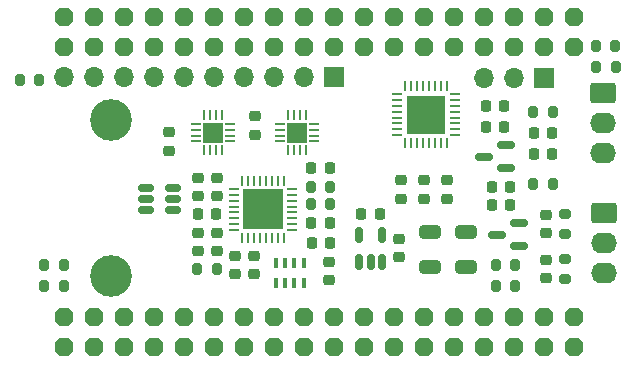
<source format=gbr>
%TF.GenerationSoftware,KiCad,Pcbnew,(6.0.0-rc1-458-g78ff9a857a)*%
%TF.CreationDate,2022-03-27T00:09:46+00:00*%
%TF.ProjectId,belamini_cape_C1,62656c61-6d69-46e6-995f-636170655f43,rev?*%
%TF.SameCoordinates,Original*%
%TF.FileFunction,Soldermask,Bot*%
%TF.FilePolarity,Negative*%
%FSLAX46Y46*%
G04 Gerber Fmt 4.6, Leading zero omitted, Abs format (unit mm)*
G04 Created by KiCad (PCBNEW (6.0.0-rc1-458-g78ff9a857a)) date 2022-03-27 00:09:46*
%MOMM*%
%LPD*%
G01*
G04 APERTURE LIST*
G04 Aperture macros list*
%AMRoundRect*
0 Rectangle with rounded corners*
0 $1 Rounding radius*
0 $2 $3 $4 $5 $6 $7 $8 $9 X,Y pos of 4 corners*
0 Add a 4 corners polygon primitive as box body*
4,1,4,$2,$3,$4,$5,$6,$7,$8,$9,$2,$3,0*
0 Add four circle primitives for the rounded corners*
1,1,$1+$1,$2,$3*
1,1,$1+$1,$4,$5*
1,1,$1+$1,$6,$7*
1,1,$1+$1,$8,$9*
0 Add four rect primitives between the rounded corners*
20,1,$1+$1,$2,$3,$4,$5,0*
20,1,$1+$1,$4,$5,$6,$7,0*
20,1,$1+$1,$6,$7,$8,$9,0*
20,1,$1+$1,$8,$9,$2,$3,0*%
%AMOutline5P*
0 Free polygon, 5 corners , with rotation*
0 The origin of the aperture is its center*
0 number of corners: always 5*
0 $1 to $10 corner X, Y*
0 $11 Rotation angle, in degrees counterclockwise*
0 create outline with 5 corners*
4,1,5,$1,$2,$3,$4,$5,$6,$7,$8,$9,$10,$1,$2,$11*%
%AMOutline6P*
0 Free polygon, 6 corners , with rotation*
0 The origin of the aperture is its center*
0 number of corners: always 6*
0 $1 to $12 corner X, Y*
0 $13 Rotation angle, in degrees counterclockwise*
0 create outline with 6 corners*
4,1,6,$1,$2,$3,$4,$5,$6,$7,$8,$9,$10,$11,$12,$1,$2,$13*%
%AMOutline7P*
0 Free polygon, 7 corners , with rotation*
0 The origin of the aperture is its center*
0 number of corners: always 7*
0 $1 to $14 corner X, Y*
0 $15 Rotation angle, in degrees counterclockwise*
0 create outline with 7 corners*
4,1,7,$1,$2,$3,$4,$5,$6,$7,$8,$9,$10,$11,$12,$13,$14,$1,$2,$15*%
%AMOutline8P*
0 Free polygon, 8 corners , with rotation*
0 The origin of the aperture is its center*
0 number of corners: always 8*
0 $1 to $16 corner X, Y*
0 $17 Rotation angle, in degrees counterclockwise*
0 create outline with 8 corners*
4,1,8,$1,$2,$3,$4,$5,$6,$7,$8,$9,$10,$11,$12,$13,$14,$15,$16,$1,$2,$17*%
G04 Aperture macros list end*
%ADD10RoundRect,0.250000X-0.845000X0.620000X-0.845000X-0.620000X0.845000X-0.620000X0.845000X0.620000X0*%
%ADD11O,2.190000X1.740000*%
%ADD12Outline8P,-0.760000X0.380000X-0.380000X0.760000X0.380000X0.760000X0.760000X0.380000X0.760000X-0.380000X0.380000X-0.760000X-0.380000X-0.760000X-0.760000X-0.380000X90.000000*%
%ADD13R,1.700000X1.700000*%
%ADD14O,1.700000X1.700000*%
%ADD15C,3.530600*%
%ADD16RoundRect,0.200000X-0.200000X-0.275000X0.200000X-0.275000X0.200000X0.275000X-0.200000X0.275000X0*%
%ADD17RoundRect,0.150000X0.587500X0.150000X-0.587500X0.150000X-0.587500X-0.150000X0.587500X-0.150000X0*%
%ADD18RoundRect,0.062500X-0.337500X-0.062500X0.337500X-0.062500X0.337500X0.062500X-0.337500X0.062500X0*%
%ADD19RoundRect,0.062500X-0.062500X-0.337500X0.062500X-0.337500X0.062500X0.337500X-0.062500X0.337500X0*%
%ADD20R,3.500000X3.500000*%
%ADD21RoundRect,0.225000X-0.225000X-0.250000X0.225000X-0.250000X0.225000X0.250000X-0.225000X0.250000X0*%
%ADD22RoundRect,0.225000X-0.250000X0.225000X-0.250000X-0.225000X0.250000X-0.225000X0.250000X0.225000X0*%
%ADD23RoundRect,0.200000X0.200000X0.275000X-0.200000X0.275000X-0.200000X-0.275000X0.200000X-0.275000X0*%
%ADD24RoundRect,0.225000X0.225000X0.250000X-0.225000X0.250000X-0.225000X-0.250000X0.225000X-0.250000X0*%
%ADD25R,0.400000X0.900000*%
%ADD26RoundRect,0.150000X0.150000X-0.512500X0.150000X0.512500X-0.150000X0.512500X-0.150000X-0.512500X0*%
%ADD27RoundRect,0.225000X0.250000X-0.225000X0.250000X0.225000X-0.250000X0.225000X-0.250000X-0.225000X0*%
%ADD28RoundRect,0.150000X0.512500X0.150000X-0.512500X0.150000X-0.512500X-0.150000X0.512500X-0.150000X0*%
%ADD29RoundRect,0.218750X-0.256250X0.218750X-0.256250X-0.218750X0.256250X-0.218750X0.256250X0.218750X0*%
%ADD30RoundRect,0.250000X-0.650000X0.325000X-0.650000X-0.325000X0.650000X-0.325000X0.650000X0.325000X0*%
%ADD31RoundRect,0.200000X-0.275000X0.200000X-0.275000X-0.200000X0.275000X-0.200000X0.275000X0.200000X0*%
%ADD32RoundRect,0.218750X0.256250X-0.218750X0.256250X0.218750X-0.256250X0.218750X-0.256250X-0.218750X0*%
%ADD33RoundRect,0.062500X0.350000X0.062500X-0.350000X0.062500X-0.350000X-0.062500X0.350000X-0.062500X0*%
%ADD34RoundRect,0.062500X0.062500X0.350000X-0.062500X0.350000X-0.062500X-0.350000X0.062500X-0.350000X0*%
%ADD35RoundRect,0.062500X-0.062500X0.375000X-0.062500X-0.375000X0.062500X-0.375000X0.062500X0.375000X0*%
%ADD36RoundRect,0.062500X-0.375000X0.062500X-0.375000X-0.062500X0.375000X-0.062500X0.375000X0.062500X0*%
%ADD37R,3.300000X3.300000*%
%ADD38RoundRect,0.062500X-0.350000X-0.062500X0.350000X-0.062500X0.350000X0.062500X-0.350000X0.062500X0*%
%ADD39RoundRect,0.062500X-0.062500X-0.350000X0.062500X-0.350000X0.062500X0.350000X-0.062500X0.350000X0*%
%ADD40RoundRect,0.200000X0.275000X-0.200000X0.275000X0.200000X-0.275000X0.200000X-0.275000X-0.200000X0*%
G04 APERTURE END LIST*
D10*
%TO.C,J3*%
X172655000Y-107560000D03*
D11*
X172655000Y-110100000D03*
X172655000Y-112640000D03*
%TD*%
D12*
%TO.C,P2*%
X126900000Y-93560000D03*
X126900000Y-91020000D03*
X129440000Y-93560000D03*
X129440000Y-91020000D03*
X131980000Y-93560000D03*
X131980000Y-91020000D03*
X134520000Y-93560000D03*
X134520000Y-91020000D03*
X137060000Y-93560000D03*
X137060000Y-91020000D03*
X139600000Y-93560000D03*
X139600000Y-91020000D03*
X142140000Y-93560000D03*
X142140000Y-91020000D03*
X144680000Y-93560000D03*
X144680000Y-91020000D03*
X147220000Y-93560000D03*
X147220000Y-91020000D03*
X149760000Y-93560000D03*
X149760000Y-91020000D03*
X152300000Y-93560000D03*
X152300000Y-91020000D03*
X154840000Y-93560000D03*
X154840000Y-91020000D03*
X157380000Y-93560000D03*
X157380000Y-91020000D03*
X159920000Y-93560000D03*
X159920000Y-91020000D03*
X162460000Y-93560000D03*
X162460000Y-91020000D03*
X165000000Y-93560000D03*
X165000000Y-91020000D03*
X167540000Y-93560000D03*
X167540000Y-91020000D03*
X170080000Y-93560000D03*
X170080000Y-91020000D03*
%TD*%
D13*
%TO.C,J2*%
X167600000Y-96150000D03*
D14*
X165060000Y-96150000D03*
X162520000Y-96150000D03*
%TD*%
D15*
%TO.C,J5*%
X130907100Y-112893150D03*
X130907100Y-99761350D03*
%TD*%
D13*
%TO.C,J1*%
X149766100Y-96113600D03*
D14*
X147226100Y-96113600D03*
X144686100Y-96113600D03*
X142146100Y-96113600D03*
X139606100Y-96113600D03*
X137066100Y-96113600D03*
X134526100Y-96113600D03*
X131986100Y-96113600D03*
X129446100Y-96113600D03*
X126906100Y-96113600D03*
%TD*%
D12*
%TO.C,P1*%
X126910000Y-118970000D03*
X126910000Y-116430000D03*
X129450000Y-118970000D03*
X129450000Y-116430000D03*
X131990000Y-118970000D03*
X131990000Y-116430000D03*
X134530000Y-118970000D03*
X134530000Y-116430000D03*
X137070000Y-118970000D03*
X137070000Y-116430000D03*
X139610000Y-118970000D03*
X139610000Y-116430000D03*
X142150000Y-118970000D03*
X142150000Y-116430000D03*
X144690000Y-118970000D03*
X144690000Y-116430000D03*
X147230000Y-118970000D03*
X147230000Y-116430000D03*
X149770000Y-118970000D03*
X149770000Y-116430000D03*
X152310000Y-118970000D03*
X152310000Y-116430000D03*
X154850000Y-118970000D03*
X154850000Y-116430000D03*
X157390000Y-118970000D03*
X157390000Y-116430000D03*
X159930000Y-118970000D03*
X159930000Y-116430000D03*
X162470000Y-118970000D03*
X162470000Y-116430000D03*
X165010000Y-118970000D03*
X165010000Y-116430000D03*
X167550000Y-118970000D03*
X167550000Y-116430000D03*
X170090000Y-118970000D03*
X170090000Y-116430000D03*
%TD*%
D10*
%TO.C,J4*%
X172605000Y-97410000D03*
D11*
X172605000Y-99950000D03*
X172605000Y-102490000D03*
%TD*%
D16*
%TO.C,R9*%
X166658100Y-105104600D03*
X168308100Y-105104600D03*
%TD*%
D17*
%TO.C,D4*%
X165499600Y-108472600D03*
X165499600Y-110372600D03*
X163624600Y-109422600D03*
%TD*%
D18*
%TO.C,IC3*%
X141350000Y-109050000D03*
X141350000Y-108550000D03*
X141350000Y-108050000D03*
X141350000Y-107550000D03*
X141350000Y-107050000D03*
X141350000Y-106550000D03*
X141350000Y-106050000D03*
X141350000Y-105550000D03*
D19*
X142050000Y-104850000D03*
X142550000Y-104850000D03*
X143050000Y-104850000D03*
X143550000Y-104850000D03*
X144050000Y-104850000D03*
X144550000Y-104850000D03*
X145050000Y-104850000D03*
X145550000Y-104850000D03*
D18*
X146250000Y-105550000D03*
X146250000Y-106050000D03*
X146250000Y-106550000D03*
X146250000Y-107050000D03*
X146250000Y-107550000D03*
X146250000Y-108050000D03*
X146250000Y-108550000D03*
X146250000Y-109050000D03*
D19*
X145550000Y-109750000D03*
X145050000Y-109750000D03*
X144550000Y-109750000D03*
X144050000Y-109750000D03*
X143550000Y-109750000D03*
X143050000Y-109750000D03*
X142550000Y-109750000D03*
X142050000Y-109750000D03*
D20*
X143800000Y-107300000D03*
%TD*%
D21*
%TO.C,C19*%
X162644100Y-98500600D03*
X164194100Y-98500600D03*
%TD*%
%TO.C,C14*%
X163152100Y-105358600D03*
X164702100Y-105358600D03*
%TD*%
D22*
%TO.C,C22*%
X138300000Y-109275000D03*
X138300000Y-110825000D03*
%TD*%
D21*
%TO.C,C10*%
X147875000Y-108450000D03*
X149425000Y-108450000D03*
%TD*%
D23*
%TO.C,R5*%
X126906100Y-113740600D03*
X125256100Y-113740600D03*
%TD*%
D24*
%TO.C,C23*%
X139825000Y-107650000D03*
X138275000Y-107650000D03*
%TD*%
D25*
%TO.C,RN1*%
X144850000Y-111800000D03*
X145650000Y-111800000D03*
X146450000Y-111800000D03*
X147250000Y-111800000D03*
X147250000Y-113500000D03*
X146450000Y-113500000D03*
X145650000Y-113500000D03*
X144850000Y-113500000D03*
%TD*%
D21*
%TO.C,C15*%
X163152100Y-106882600D03*
X164702100Y-106882600D03*
%TD*%
D26*
%TO.C,IC5*%
X153850000Y-111766600D03*
X152900000Y-111766600D03*
X151950000Y-111766600D03*
X151950000Y-109491600D03*
X153850000Y-109491600D03*
%TD*%
D23*
%TO.C,R1*%
X165133100Y-111962600D03*
X163483100Y-111962600D03*
%TD*%
D27*
%TO.C,C4*%
X143000000Y-112775000D03*
X143000000Y-111225000D03*
%TD*%
D28*
%TO.C,IC6*%
X136137500Y-105450000D03*
X136137500Y-106400000D03*
X136137500Y-107350000D03*
X133862500Y-107350000D03*
X133862500Y-106400000D03*
X133862500Y-105450000D03*
%TD*%
D29*
%TO.C,FB1*%
X149400000Y-111712500D03*
X149400000Y-113287500D03*
%TD*%
D24*
%TO.C,C13*%
X168258100Y-102564600D03*
X166708100Y-102564600D03*
%TD*%
D23*
%TO.C,R12*%
X149475000Y-106850000D03*
X147825000Y-106850000D03*
%TD*%
D16*
%TO.C,R4*%
X125256100Y-111962600D03*
X126906100Y-111962600D03*
%TD*%
D23*
%TO.C,R3*%
X124850100Y-96328600D03*
X123200100Y-96328600D03*
%TD*%
D22*
%TO.C,C16*%
X157450100Y-104837600D03*
X157450100Y-106387600D03*
%TD*%
D27*
%TO.C,C24*%
X135825000Y-102325000D03*
X135825000Y-100775000D03*
%TD*%
D30*
%TO.C,C9*%
X157920000Y-109215000D03*
X157920000Y-112165000D03*
%TD*%
D16*
%TO.C,R11*%
X171975000Y-93420600D03*
X173625000Y-93420600D03*
%TD*%
D22*
%TO.C,C18*%
X159355100Y-104837600D03*
X159355100Y-106387600D03*
%TD*%
D16*
%TO.C,R14*%
X138225000Y-112350000D03*
X139875000Y-112350000D03*
%TD*%
D31*
%TO.C,R6*%
X169388100Y-111518600D03*
X169388100Y-113168600D03*
%TD*%
D27*
%TO.C,C1*%
X141400000Y-112775000D03*
X141400000Y-111225000D03*
%TD*%
D23*
%TO.C,R13*%
X149475000Y-105370000D03*
X147825000Y-105370000D03*
%TD*%
D24*
%TO.C,C12*%
X168258100Y-100786600D03*
X166708100Y-100786600D03*
%TD*%
D32*
%TO.C,FB2*%
X155481600Y-106400100D03*
X155481600Y-104825100D03*
%TD*%
D21*
%TO.C,C2*%
X147925000Y-110100000D03*
X149475000Y-110100000D03*
%TD*%
D24*
%TO.C,C6*%
X153675000Y-107700000D03*
X152125000Y-107700000D03*
%TD*%
D16*
%TO.C,R10*%
X171992100Y-95198600D03*
X173642100Y-95198600D03*
%TD*%
D33*
%TO.C,IC1*%
X141005600Y-100036600D03*
X141005600Y-100536600D03*
X141005600Y-101036600D03*
X141005600Y-101536600D03*
D34*
X140293100Y-102249100D03*
X139793100Y-102249100D03*
X139293100Y-102249100D03*
X138793100Y-102249100D03*
D33*
X138080600Y-101536600D03*
X138080600Y-101036600D03*
X138080600Y-100536600D03*
X138080600Y-100036600D03*
D34*
X138793100Y-99324100D03*
X139293100Y-99324100D03*
X139793100Y-99324100D03*
X140293100Y-99324100D03*
D13*
X139543100Y-100786600D03*
%TD*%
D22*
%TO.C,C3*%
X139850000Y-109275000D03*
X139850000Y-110825000D03*
%TD*%
D30*
%TO.C,C8*%
X160975000Y-109217600D03*
X160975000Y-112167600D03*
%TD*%
D16*
%TO.C,R8*%
X166658100Y-99008600D03*
X168308100Y-99008600D03*
%TD*%
D21*
%TO.C,C11*%
X147875000Y-103800000D03*
X149425000Y-103800000D03*
%TD*%
D27*
%TO.C,C21*%
X138300000Y-106175000D03*
X138300000Y-104625000D03*
%TD*%
%TO.C,C20*%
X139850000Y-106175000D03*
X139850000Y-104625000D03*
%TD*%
D17*
%TO.C,D3*%
X164356600Y-101868600D03*
X164356600Y-103768600D03*
X162481600Y-102818600D03*
%TD*%
D23*
%TO.C,R2*%
X165133100Y-113740600D03*
X163483100Y-113740600D03*
%TD*%
D35*
%TO.C,IC4*%
X155827100Y-96825100D03*
X156327100Y-96825100D03*
X156827100Y-96825100D03*
X157327100Y-96825100D03*
X157827100Y-96825100D03*
X158327100Y-96825100D03*
X158827100Y-96825100D03*
X159327100Y-96825100D03*
D36*
X160014600Y-97512600D03*
X160014600Y-98012600D03*
X160014600Y-98512600D03*
X160014600Y-99012600D03*
X160014600Y-99512600D03*
X160014600Y-100012600D03*
X160014600Y-100512600D03*
X160014600Y-101012600D03*
D35*
X159327100Y-101700100D03*
X158827100Y-101700100D03*
X158327100Y-101700100D03*
X157827100Y-101700100D03*
X157327100Y-101700100D03*
X156827100Y-101700100D03*
X156327100Y-101700100D03*
X155827100Y-101700100D03*
D36*
X155139600Y-101012600D03*
X155139600Y-100512600D03*
X155139600Y-100012600D03*
X155139600Y-99512600D03*
X155139600Y-99012600D03*
X155139600Y-98512600D03*
X155139600Y-98012600D03*
X155139600Y-97512600D03*
D37*
X157577100Y-99262600D03*
%TD*%
D29*
%TO.C,D1*%
X167737100Y-111556100D03*
X167737100Y-113131100D03*
%TD*%
D22*
%TO.C,C7*%
X155340000Y-109795000D03*
X155340000Y-111345000D03*
%TD*%
D21*
%TO.C,C17*%
X162644100Y-100278600D03*
X164194100Y-100278600D03*
%TD*%
D38*
%TO.C,IC2*%
X145192600Y-101536600D03*
X145192600Y-101036600D03*
X145192600Y-100536600D03*
X145192600Y-100036600D03*
D39*
X145905100Y-99324100D03*
X146405100Y-99324100D03*
X146905100Y-99324100D03*
X147405100Y-99324100D03*
D38*
X148117600Y-100036600D03*
X148117600Y-100536600D03*
X148117600Y-101036600D03*
X148117600Y-101536600D03*
D39*
X147405100Y-102249100D03*
X146905100Y-102249100D03*
X146405100Y-102249100D03*
X145905100Y-102249100D03*
D13*
X146655100Y-100786600D03*
%TD*%
D40*
%TO.C,R7*%
X169388100Y-109358600D03*
X169388100Y-107708600D03*
%TD*%
D27*
%TO.C,C5*%
X143099100Y-100975000D03*
X143099100Y-99425000D03*
%TD*%
D32*
%TO.C,D2*%
X167737100Y-109321100D03*
X167737100Y-107746100D03*
%TD*%
M02*

</source>
